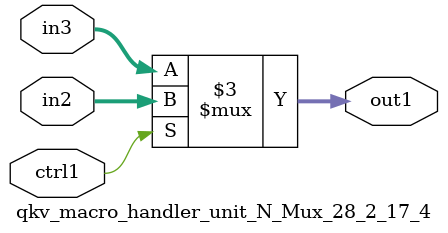
<source format=v>

`timescale 1ps / 1ps


module qkv_macro_handler_unit_N_Mux_28_2_17_4( in3, in2, ctrl1, out1 );

    input [27:0] in3;
    input [27:0] in2;
    input ctrl1;
    output [27:0] out1;
    reg [27:0] out1;

    
    // rtl_process:qkv_macro_handler_unit_N_Mux_28_2_17_4/qkv_macro_handler_unit_N_Mux_28_2_17_4_thread_1
    always @*
      begin : qkv_macro_handler_unit_N_Mux_28_2_17_4_thread_1
        case (ctrl1) 
          1'b1: 
            begin
              out1 = in2;
            end
          default: 
            begin
              out1 = in3;
            end
        endcase
      end

endmodule


</source>
